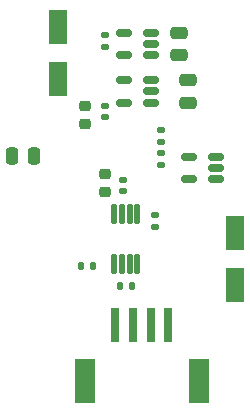
<source format=gbr>
%TF.GenerationSoftware,KiCad,Pcbnew,8.0.7*%
%TF.CreationDate,2025-03-30T15:33:26+02:00*%
%TF.ProjectId,StrainGauge,53747261-696e-4476-9175-67652e6b6963,rev?*%
%TF.SameCoordinates,Original*%
%TF.FileFunction,Paste,Top*%
%TF.FilePolarity,Positive*%
%FSLAX46Y46*%
G04 Gerber Fmt 4.6, Leading zero omitted, Abs format (unit mm)*
G04 Created by KiCad (PCBNEW 8.0.7) date 2025-03-30 15:33:26*
%MOMM*%
%LPD*%
G01*
G04 APERTURE LIST*
G04 Aperture macros list*
%AMRoundRect*
0 Rectangle with rounded corners*
0 $1 Rounding radius*
0 $2 $3 $4 $5 $6 $7 $8 $9 X,Y pos of 4 corners*
0 Add a 4 corners polygon primitive as box body*
4,1,4,$2,$3,$4,$5,$6,$7,$8,$9,$2,$3,0*
0 Add four circle primitives for the rounded corners*
1,1,$1+$1,$2,$3*
1,1,$1+$1,$4,$5*
1,1,$1+$1,$6,$7*
1,1,$1+$1,$8,$9*
0 Add four rect primitives between the rounded corners*
20,1,$1+$1,$2,$3,$4,$5,0*
20,1,$1+$1,$4,$5,$6,$7,0*
20,1,$1+$1,$6,$7,$8,$9,0*
20,1,$1+$1,$8,$9,$2,$3,0*%
G04 Aperture macros list end*
%ADD10RoundRect,0.140000X-0.170000X0.140000X-0.170000X-0.140000X0.170000X-0.140000X0.170000X0.140000X0*%
%ADD11R,0.800000X2.900000*%
%ADD12R,1.800000X3.800000*%
%ADD13RoundRect,0.135000X0.135000X0.185000X-0.135000X0.185000X-0.135000X-0.185000X0.135000X-0.185000X0*%
%ADD14RoundRect,0.150000X0.512500X0.150000X-0.512500X0.150000X-0.512500X-0.150000X0.512500X-0.150000X0*%
%ADD15RoundRect,0.125000X0.125000X-0.687500X0.125000X0.687500X-0.125000X0.687500X-0.125000X-0.687500X0*%
%ADD16RoundRect,0.135000X-0.185000X0.135000X-0.185000X-0.135000X0.185000X-0.135000X0.185000X0.135000X0*%
%ADD17R,1.600000X3.000000*%
%ADD18RoundRect,0.140000X0.170000X-0.140000X0.170000X0.140000X-0.170000X0.140000X-0.170000X-0.140000X0*%
%ADD19RoundRect,0.140000X0.140000X0.170000X-0.140000X0.170000X-0.140000X-0.170000X0.140000X-0.170000X0*%
%ADD20RoundRect,0.250000X0.250000X0.475000X-0.250000X0.475000X-0.250000X-0.475000X0.250000X-0.475000X0*%
%ADD21RoundRect,0.250000X-0.475000X0.250000X-0.475000X-0.250000X0.475000X-0.250000X0.475000X0.250000X0*%
%ADD22RoundRect,0.225000X0.250000X-0.225000X0.250000X0.225000X-0.250000X0.225000X-0.250000X-0.225000X0*%
%ADD23RoundRect,0.250000X0.475000X-0.250000X0.475000X0.250000X-0.475000X0.250000X-0.475000X-0.250000X0*%
%ADD24RoundRect,0.225000X-0.250000X0.225000X-0.250000X-0.225000X0.250000X-0.225000X0.250000X0.225000X0*%
G04 APERTURE END LIST*
D10*
%TO.C,C8*%
X146000000Y-114250000D03*
X146000000Y-115210000D03*
%TD*%
D11*
%TO.C,J2*%
X142600000Y-123550000D03*
X144100000Y-123550000D03*
X145600000Y-123550000D03*
X147100000Y-123550000D03*
D12*
X140000000Y-128250000D03*
X149700000Y-128250000D03*
%TD*%
D13*
%TO.C,R1*%
X140759999Y-118500000D03*
X139740001Y-118500000D03*
%TD*%
D14*
%TO.C,U2*%
X145637500Y-100699999D03*
X145637500Y-99750000D03*
X145637500Y-98800001D03*
X143362500Y-98800001D03*
X143362500Y-100699999D03*
%TD*%
D10*
%TO.C,C10*%
X141750000Y-105000000D03*
X141750000Y-105960000D03*
%TD*%
D15*
%TO.C,U1*%
X142525000Y-118362500D03*
X143175000Y-118362500D03*
X143825000Y-118362500D03*
X144475000Y-118362500D03*
X144475000Y-114137500D03*
X143825000Y-114137500D03*
X143175000Y-114137500D03*
X142525000Y-114137500D03*
%TD*%
D16*
%TO.C,R2*%
X146500000Y-106990001D03*
X146500000Y-108009999D03*
%TD*%
D17*
%TO.C,C6*%
X152750000Y-115750000D03*
X152750000Y-120150000D03*
%TD*%
D18*
%TO.C,C5*%
X143250000Y-112210000D03*
X143250000Y-111250000D03*
%TD*%
D19*
%TO.C,C7*%
X143980000Y-120250000D03*
X143020000Y-120250000D03*
%TD*%
D20*
%TO.C,C11*%
X135750000Y-109250000D03*
X133850002Y-109250000D03*
%TD*%
D14*
%TO.C,U3*%
X145637500Y-104699999D03*
X145637500Y-103750000D03*
X145637500Y-102800001D03*
X143362500Y-102800001D03*
X143362500Y-104699999D03*
%TD*%
%TO.C,U4*%
X151137500Y-111199999D03*
X151137500Y-110250000D03*
X151137500Y-109300001D03*
X148862500Y-109300001D03*
X148862500Y-111199999D03*
%TD*%
D21*
%TO.C,C3*%
X148750000Y-102800001D03*
X148750000Y-104699999D03*
%TD*%
D17*
%TO.C,C1*%
X137750000Y-98300000D03*
X137750000Y-102700000D03*
%TD*%
D16*
%TO.C,R3*%
X146500000Y-108990001D03*
X146500000Y-110009999D03*
%TD*%
D22*
%TO.C,C4*%
X141750000Y-112275000D03*
X141750000Y-110725000D03*
%TD*%
D23*
%TO.C,C2*%
X148000000Y-100699999D03*
X148000000Y-98800001D03*
%TD*%
D24*
%TO.C,C9*%
X140000000Y-104975000D03*
X140000000Y-106525000D03*
%TD*%
D10*
%TO.C,C12*%
X141750000Y-99020000D03*
X141750000Y-99980000D03*
%TD*%
M02*

</source>
